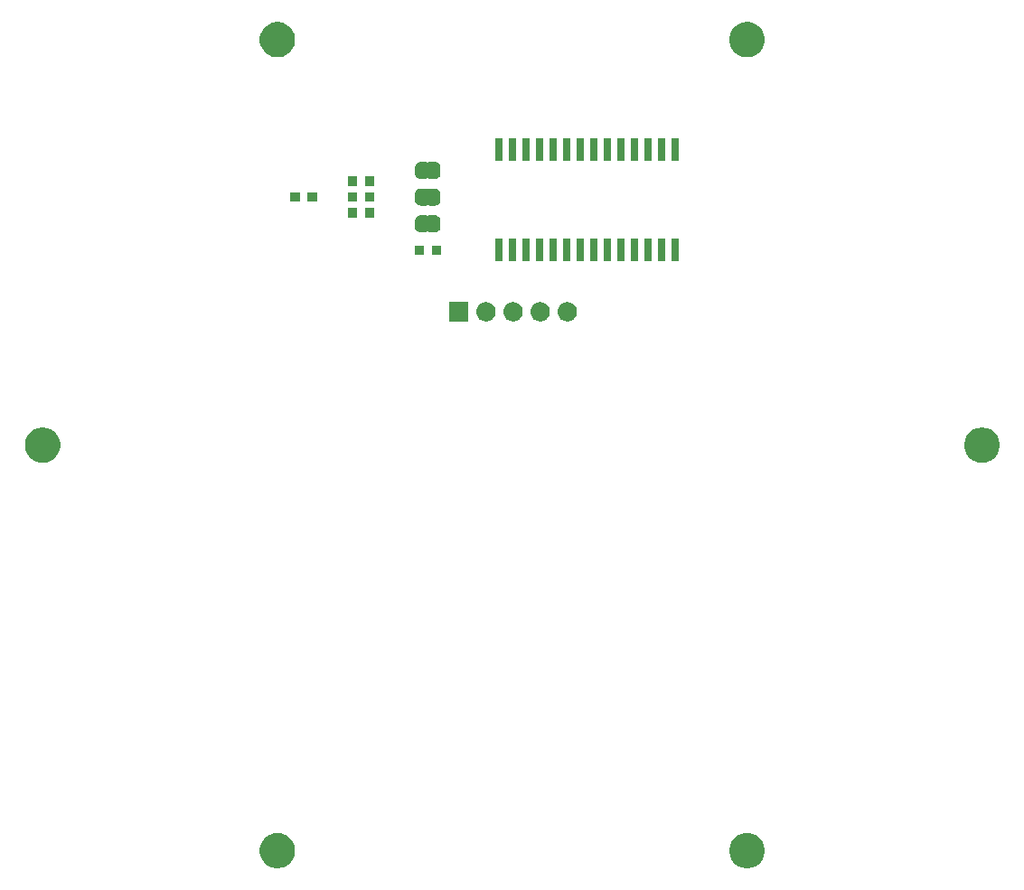
<source format=gbs>
G04 #@! TF.GenerationSoftware,KiCad,Pcbnew,(5.0.2)-1*
G04 #@! TF.CreationDate,2020-09-09T21:47:35+09:00*
G04 #@! TF.ProjectId,Tile,54696c65-2e6b-4696-9361-645f70636258,rev?*
G04 #@! TF.SameCoordinates,Original*
G04 #@! TF.FileFunction,Soldermask,Bot*
G04 #@! TF.FilePolarity,Negative*
%FSLAX46Y46*%
G04 Gerber Fmt 4.6, Leading zero omitted, Abs format (unit mm)*
G04 Created by KiCad (PCBNEW (5.0.2)-1) date 2020/09/09 21:47:35*
%MOMM*%
%LPD*%
G01*
G04 APERTURE LIST*
%ADD10C,0.100000*%
G04 APERTURE END LIST*
D10*
G36*
X152375256Y-141391298D02*
X152481579Y-141412447D01*
X152782042Y-141536903D01*
X153048852Y-141715180D01*
X153052454Y-141717587D01*
X153282413Y-141947546D01*
X153463098Y-142217960D01*
X153587553Y-142518422D01*
X153651000Y-142837389D01*
X153651000Y-143162611D01*
X153587553Y-143481578D01*
X153463098Y-143782040D01*
X153282413Y-144052454D01*
X153052454Y-144282413D01*
X153052451Y-144282415D01*
X152782042Y-144463097D01*
X152481579Y-144587553D01*
X152375256Y-144608702D01*
X152162611Y-144651000D01*
X151837389Y-144651000D01*
X151624744Y-144608702D01*
X151518421Y-144587553D01*
X151217958Y-144463097D01*
X150947549Y-144282415D01*
X150947546Y-144282413D01*
X150717587Y-144052454D01*
X150536902Y-143782040D01*
X150412447Y-143481578D01*
X150349000Y-143162611D01*
X150349000Y-142837389D01*
X150412447Y-142518422D01*
X150536902Y-142217960D01*
X150717587Y-141947546D01*
X150947546Y-141717587D01*
X150951148Y-141715180D01*
X151217958Y-141536903D01*
X151518421Y-141412447D01*
X151624744Y-141391298D01*
X151837389Y-141349000D01*
X152162611Y-141349000D01*
X152375256Y-141391298D01*
X152375256Y-141391298D01*
G37*
G36*
X108375256Y-141391298D02*
X108481579Y-141412447D01*
X108782042Y-141536903D01*
X109048852Y-141715180D01*
X109052454Y-141717587D01*
X109282413Y-141947546D01*
X109463098Y-142217960D01*
X109587553Y-142518422D01*
X109651000Y-142837389D01*
X109651000Y-143162611D01*
X109587553Y-143481578D01*
X109463098Y-143782040D01*
X109282413Y-144052454D01*
X109052454Y-144282413D01*
X109052451Y-144282415D01*
X108782042Y-144463097D01*
X108481579Y-144587553D01*
X108375256Y-144608702D01*
X108162611Y-144651000D01*
X107837389Y-144651000D01*
X107624744Y-144608702D01*
X107518421Y-144587553D01*
X107217958Y-144463097D01*
X106947549Y-144282415D01*
X106947546Y-144282413D01*
X106717587Y-144052454D01*
X106536902Y-143782040D01*
X106412447Y-143481578D01*
X106349000Y-143162611D01*
X106349000Y-142837389D01*
X106412447Y-142518422D01*
X106536902Y-142217960D01*
X106717587Y-141947546D01*
X106947546Y-141717587D01*
X106951148Y-141715180D01*
X107217958Y-141536903D01*
X107518421Y-141412447D01*
X107624744Y-141391298D01*
X107837389Y-141349000D01*
X108162611Y-141349000D01*
X108375256Y-141391298D01*
X108375256Y-141391298D01*
G37*
G36*
X174375256Y-103391298D02*
X174481579Y-103412447D01*
X174782042Y-103536903D01*
X175048852Y-103715180D01*
X175052454Y-103717587D01*
X175282413Y-103947546D01*
X175463098Y-104217960D01*
X175587553Y-104518422D01*
X175651000Y-104837389D01*
X175651000Y-105162611D01*
X175587553Y-105481578D01*
X175463098Y-105782040D01*
X175282413Y-106052454D01*
X175052454Y-106282413D01*
X175052451Y-106282415D01*
X174782042Y-106463097D01*
X174481579Y-106587553D01*
X174375256Y-106608702D01*
X174162611Y-106651000D01*
X173837389Y-106651000D01*
X173624744Y-106608702D01*
X173518421Y-106587553D01*
X173217958Y-106463097D01*
X172947549Y-106282415D01*
X172947546Y-106282413D01*
X172717587Y-106052454D01*
X172536902Y-105782040D01*
X172412447Y-105481578D01*
X172349000Y-105162611D01*
X172349000Y-104837389D01*
X172412447Y-104518422D01*
X172536902Y-104217960D01*
X172717587Y-103947546D01*
X172947546Y-103717587D01*
X172951148Y-103715180D01*
X173217958Y-103536903D01*
X173518421Y-103412447D01*
X173624744Y-103391298D01*
X173837389Y-103349000D01*
X174162611Y-103349000D01*
X174375256Y-103391298D01*
X174375256Y-103391298D01*
G37*
G36*
X86375256Y-103391298D02*
X86481579Y-103412447D01*
X86782042Y-103536903D01*
X87048852Y-103715180D01*
X87052454Y-103717587D01*
X87282413Y-103947546D01*
X87463098Y-104217960D01*
X87587553Y-104518422D01*
X87651000Y-104837389D01*
X87651000Y-105162611D01*
X87587553Y-105481578D01*
X87463098Y-105782040D01*
X87282413Y-106052454D01*
X87052454Y-106282413D01*
X87052451Y-106282415D01*
X86782042Y-106463097D01*
X86481579Y-106587553D01*
X86375256Y-106608702D01*
X86162611Y-106651000D01*
X85837389Y-106651000D01*
X85624744Y-106608702D01*
X85518421Y-106587553D01*
X85217958Y-106463097D01*
X84947549Y-106282415D01*
X84947546Y-106282413D01*
X84717587Y-106052454D01*
X84536902Y-105782040D01*
X84412447Y-105481578D01*
X84349000Y-105162611D01*
X84349000Y-104837389D01*
X84412447Y-104518422D01*
X84536902Y-104217960D01*
X84717587Y-103947546D01*
X84947546Y-103717587D01*
X84951148Y-103715180D01*
X85217958Y-103536903D01*
X85518421Y-103412447D01*
X85624744Y-103391298D01*
X85837389Y-103349000D01*
X86162611Y-103349000D01*
X86375256Y-103391298D01*
X86375256Y-103391298D01*
G37*
G36*
X135270442Y-91605518D02*
X135336627Y-91612037D01*
X135449853Y-91646384D01*
X135506467Y-91663557D01*
X135645087Y-91737652D01*
X135662991Y-91747222D01*
X135698729Y-91776552D01*
X135800186Y-91859814D01*
X135883448Y-91961271D01*
X135912778Y-91997009D01*
X135912779Y-91997011D01*
X135996443Y-92153533D01*
X135996443Y-92153534D01*
X136047963Y-92323373D01*
X136065359Y-92500000D01*
X136047963Y-92676627D01*
X136013616Y-92789853D01*
X135996443Y-92846467D01*
X135922348Y-92985087D01*
X135912778Y-93002991D01*
X135883448Y-93038729D01*
X135800186Y-93140186D01*
X135698729Y-93223448D01*
X135662991Y-93252778D01*
X135662989Y-93252779D01*
X135506467Y-93336443D01*
X135449853Y-93353616D01*
X135336627Y-93387963D01*
X135270443Y-93394481D01*
X135204260Y-93401000D01*
X135115740Y-93401000D01*
X135049558Y-93394482D01*
X134983373Y-93387963D01*
X134870147Y-93353616D01*
X134813533Y-93336443D01*
X134657011Y-93252779D01*
X134657009Y-93252778D01*
X134621271Y-93223448D01*
X134519814Y-93140186D01*
X134436552Y-93038729D01*
X134407222Y-93002991D01*
X134397652Y-92985087D01*
X134323557Y-92846467D01*
X134306384Y-92789853D01*
X134272037Y-92676627D01*
X134254641Y-92500000D01*
X134272037Y-92323373D01*
X134323557Y-92153534D01*
X134323557Y-92153533D01*
X134407221Y-91997011D01*
X134407222Y-91997009D01*
X134436552Y-91961271D01*
X134519814Y-91859814D01*
X134621271Y-91776552D01*
X134657009Y-91747222D01*
X134674913Y-91737652D01*
X134813533Y-91663557D01*
X134870147Y-91646384D01*
X134983373Y-91612037D01*
X135049558Y-91605518D01*
X135115740Y-91599000D01*
X135204260Y-91599000D01*
X135270442Y-91605518D01*
X135270442Y-91605518D01*
G37*
G36*
X132730442Y-91605518D02*
X132796627Y-91612037D01*
X132909853Y-91646384D01*
X132966467Y-91663557D01*
X133105087Y-91737652D01*
X133122991Y-91747222D01*
X133158729Y-91776552D01*
X133260186Y-91859814D01*
X133343448Y-91961271D01*
X133372778Y-91997009D01*
X133372779Y-91997011D01*
X133456443Y-92153533D01*
X133456443Y-92153534D01*
X133507963Y-92323373D01*
X133525359Y-92500000D01*
X133507963Y-92676627D01*
X133473616Y-92789853D01*
X133456443Y-92846467D01*
X133382348Y-92985087D01*
X133372778Y-93002991D01*
X133343448Y-93038729D01*
X133260186Y-93140186D01*
X133158729Y-93223448D01*
X133122991Y-93252778D01*
X133122989Y-93252779D01*
X132966467Y-93336443D01*
X132909853Y-93353616D01*
X132796627Y-93387963D01*
X132730443Y-93394481D01*
X132664260Y-93401000D01*
X132575740Y-93401000D01*
X132509558Y-93394482D01*
X132443373Y-93387963D01*
X132330147Y-93353616D01*
X132273533Y-93336443D01*
X132117011Y-93252779D01*
X132117009Y-93252778D01*
X132081271Y-93223448D01*
X131979814Y-93140186D01*
X131896552Y-93038729D01*
X131867222Y-93002991D01*
X131857652Y-92985087D01*
X131783557Y-92846467D01*
X131766384Y-92789853D01*
X131732037Y-92676627D01*
X131714641Y-92500000D01*
X131732037Y-92323373D01*
X131783557Y-92153534D01*
X131783557Y-92153533D01*
X131867221Y-91997011D01*
X131867222Y-91997009D01*
X131896552Y-91961271D01*
X131979814Y-91859814D01*
X132081271Y-91776552D01*
X132117009Y-91747222D01*
X132134913Y-91737652D01*
X132273533Y-91663557D01*
X132330147Y-91646384D01*
X132443373Y-91612037D01*
X132509558Y-91605518D01*
X132575740Y-91599000D01*
X132664260Y-91599000D01*
X132730442Y-91605518D01*
X132730442Y-91605518D01*
G37*
G36*
X130190442Y-91605518D02*
X130256627Y-91612037D01*
X130369853Y-91646384D01*
X130426467Y-91663557D01*
X130565087Y-91737652D01*
X130582991Y-91747222D01*
X130618729Y-91776552D01*
X130720186Y-91859814D01*
X130803448Y-91961271D01*
X130832778Y-91997009D01*
X130832779Y-91997011D01*
X130916443Y-92153533D01*
X130916443Y-92153534D01*
X130967963Y-92323373D01*
X130985359Y-92500000D01*
X130967963Y-92676627D01*
X130933616Y-92789853D01*
X130916443Y-92846467D01*
X130842348Y-92985087D01*
X130832778Y-93002991D01*
X130803448Y-93038729D01*
X130720186Y-93140186D01*
X130618729Y-93223448D01*
X130582991Y-93252778D01*
X130582989Y-93252779D01*
X130426467Y-93336443D01*
X130369853Y-93353616D01*
X130256627Y-93387963D01*
X130190443Y-93394481D01*
X130124260Y-93401000D01*
X130035740Y-93401000D01*
X129969558Y-93394482D01*
X129903373Y-93387963D01*
X129790147Y-93353616D01*
X129733533Y-93336443D01*
X129577011Y-93252779D01*
X129577009Y-93252778D01*
X129541271Y-93223448D01*
X129439814Y-93140186D01*
X129356552Y-93038729D01*
X129327222Y-93002991D01*
X129317652Y-92985087D01*
X129243557Y-92846467D01*
X129226384Y-92789853D01*
X129192037Y-92676627D01*
X129174641Y-92500000D01*
X129192037Y-92323373D01*
X129243557Y-92153534D01*
X129243557Y-92153533D01*
X129327221Y-91997011D01*
X129327222Y-91997009D01*
X129356552Y-91961271D01*
X129439814Y-91859814D01*
X129541271Y-91776552D01*
X129577009Y-91747222D01*
X129594913Y-91737652D01*
X129733533Y-91663557D01*
X129790147Y-91646384D01*
X129903373Y-91612037D01*
X129969558Y-91605518D01*
X130035740Y-91599000D01*
X130124260Y-91599000D01*
X130190442Y-91605518D01*
X130190442Y-91605518D01*
G37*
G36*
X127650442Y-91605518D02*
X127716627Y-91612037D01*
X127829853Y-91646384D01*
X127886467Y-91663557D01*
X128025087Y-91737652D01*
X128042991Y-91747222D01*
X128078729Y-91776552D01*
X128180186Y-91859814D01*
X128263448Y-91961271D01*
X128292778Y-91997009D01*
X128292779Y-91997011D01*
X128376443Y-92153533D01*
X128376443Y-92153534D01*
X128427963Y-92323373D01*
X128445359Y-92500000D01*
X128427963Y-92676627D01*
X128393616Y-92789853D01*
X128376443Y-92846467D01*
X128302348Y-92985087D01*
X128292778Y-93002991D01*
X128263448Y-93038729D01*
X128180186Y-93140186D01*
X128078729Y-93223448D01*
X128042991Y-93252778D01*
X128042989Y-93252779D01*
X127886467Y-93336443D01*
X127829853Y-93353616D01*
X127716627Y-93387963D01*
X127650443Y-93394481D01*
X127584260Y-93401000D01*
X127495740Y-93401000D01*
X127429558Y-93394482D01*
X127363373Y-93387963D01*
X127250147Y-93353616D01*
X127193533Y-93336443D01*
X127037011Y-93252779D01*
X127037009Y-93252778D01*
X127001271Y-93223448D01*
X126899814Y-93140186D01*
X126816552Y-93038729D01*
X126787222Y-93002991D01*
X126777652Y-92985087D01*
X126703557Y-92846467D01*
X126686384Y-92789853D01*
X126652037Y-92676627D01*
X126634641Y-92500000D01*
X126652037Y-92323373D01*
X126703557Y-92153534D01*
X126703557Y-92153533D01*
X126787221Y-91997011D01*
X126787222Y-91997009D01*
X126816552Y-91961271D01*
X126899814Y-91859814D01*
X127001271Y-91776552D01*
X127037009Y-91747222D01*
X127054913Y-91737652D01*
X127193533Y-91663557D01*
X127250147Y-91646384D01*
X127363373Y-91612037D01*
X127429558Y-91605518D01*
X127495740Y-91599000D01*
X127584260Y-91599000D01*
X127650442Y-91605518D01*
X127650442Y-91605518D01*
G37*
G36*
X125901000Y-93401000D02*
X124099000Y-93401000D01*
X124099000Y-91599000D01*
X125901000Y-91599000D01*
X125901000Y-93401000D01*
X125901000Y-93401000D01*
G37*
G36*
X140526000Y-87751000D02*
X139824000Y-87751000D01*
X139824000Y-85649000D01*
X140526000Y-85649000D01*
X140526000Y-87751000D01*
X140526000Y-87751000D01*
G37*
G36*
X129096000Y-87751000D02*
X128394000Y-87751000D01*
X128394000Y-85649000D01*
X129096000Y-85649000D01*
X129096000Y-87751000D01*
X129096000Y-87751000D01*
G37*
G36*
X130366000Y-87751000D02*
X129664000Y-87751000D01*
X129664000Y-85649000D01*
X130366000Y-85649000D01*
X130366000Y-87751000D01*
X130366000Y-87751000D01*
G37*
G36*
X131636000Y-87751000D02*
X130934000Y-87751000D01*
X130934000Y-85649000D01*
X131636000Y-85649000D01*
X131636000Y-87751000D01*
X131636000Y-87751000D01*
G37*
G36*
X132906000Y-87751000D02*
X132204000Y-87751000D01*
X132204000Y-85649000D01*
X132906000Y-85649000D01*
X132906000Y-87751000D01*
X132906000Y-87751000D01*
G37*
G36*
X134176000Y-87751000D02*
X133474000Y-87751000D01*
X133474000Y-85649000D01*
X134176000Y-85649000D01*
X134176000Y-87751000D01*
X134176000Y-87751000D01*
G37*
G36*
X135446000Y-87751000D02*
X134744000Y-87751000D01*
X134744000Y-85649000D01*
X135446000Y-85649000D01*
X135446000Y-87751000D01*
X135446000Y-87751000D01*
G37*
G36*
X136716000Y-87751000D02*
X136014000Y-87751000D01*
X136014000Y-85649000D01*
X136716000Y-85649000D01*
X136716000Y-87751000D01*
X136716000Y-87751000D01*
G37*
G36*
X137986000Y-87751000D02*
X137284000Y-87751000D01*
X137284000Y-85649000D01*
X137986000Y-85649000D01*
X137986000Y-87751000D01*
X137986000Y-87751000D01*
G37*
G36*
X141796000Y-87751000D02*
X141094000Y-87751000D01*
X141094000Y-85649000D01*
X141796000Y-85649000D01*
X141796000Y-87751000D01*
X141796000Y-87751000D01*
G37*
G36*
X143066000Y-87751000D02*
X142364000Y-87751000D01*
X142364000Y-85649000D01*
X143066000Y-85649000D01*
X143066000Y-87751000D01*
X143066000Y-87751000D01*
G37*
G36*
X144336000Y-87751000D02*
X143634000Y-87751000D01*
X143634000Y-85649000D01*
X144336000Y-85649000D01*
X144336000Y-87751000D01*
X144336000Y-87751000D01*
G37*
G36*
X139256000Y-87751000D02*
X138554000Y-87751000D01*
X138554000Y-85649000D01*
X139256000Y-85649000D01*
X139256000Y-87751000D01*
X139256000Y-87751000D01*
G37*
G36*
X145606000Y-87751000D02*
X144904000Y-87751000D01*
X144904000Y-85649000D01*
X145606000Y-85649000D01*
X145606000Y-87751000D01*
X145606000Y-87751000D01*
G37*
G36*
X121751000Y-87201000D02*
X120849000Y-87201000D01*
X120849000Y-86299000D01*
X121751000Y-86299000D01*
X121751000Y-87201000D01*
X121751000Y-87201000D01*
G37*
G36*
X123351000Y-87201000D02*
X122449000Y-87201000D01*
X122449000Y-86299000D01*
X123351000Y-86299000D01*
X123351000Y-87201000D01*
X123351000Y-87201000D01*
G37*
G36*
X121940129Y-83452923D02*
X121949741Y-83455839D01*
X121958599Y-83460574D01*
X121966367Y-83466949D01*
X121976576Y-83479388D01*
X121983502Y-83489754D01*
X122000828Y-83507081D01*
X122021203Y-83520696D01*
X122043841Y-83530074D01*
X122067875Y-83534855D01*
X122092379Y-83534855D01*
X122116413Y-83530075D01*
X122139052Y-83520699D01*
X122159427Y-83507085D01*
X122176754Y-83489759D01*
X122183682Y-83479390D01*
X122193893Y-83466949D01*
X122201661Y-83460574D01*
X122210519Y-83455839D01*
X122220131Y-83452923D01*
X122236270Y-83451334D01*
X122723990Y-83451334D01*
X122742328Y-83453140D01*
X122754580Y-83453742D01*
X122772999Y-83453742D01*
X122795279Y-83455936D01*
X122879366Y-83472662D01*
X122900785Y-83479160D01*
X122980001Y-83511971D01*
X122999737Y-83522521D01*
X123071027Y-83570155D01*
X123088338Y-83584362D01*
X123148954Y-83644978D01*
X123163161Y-83662289D01*
X123210795Y-83733579D01*
X123221345Y-83753315D01*
X123254156Y-83832531D01*
X123260654Y-83853950D01*
X123277380Y-83938037D01*
X123279574Y-83960317D01*
X123279574Y-83978736D01*
X123280176Y-83990988D01*
X123281982Y-84009326D01*
X123281982Y-84497047D01*
X123280176Y-84515384D01*
X123279574Y-84527636D01*
X123279574Y-84546055D01*
X123277380Y-84568335D01*
X123260654Y-84652422D01*
X123254156Y-84673841D01*
X123221345Y-84753057D01*
X123210795Y-84772793D01*
X123163161Y-84844083D01*
X123148954Y-84861394D01*
X123088338Y-84922010D01*
X123071027Y-84936217D01*
X122999737Y-84983851D01*
X122980001Y-84994401D01*
X122900785Y-85027212D01*
X122879366Y-85033710D01*
X122795279Y-85050436D01*
X122772999Y-85052630D01*
X122754580Y-85052630D01*
X122742328Y-85053232D01*
X122723991Y-85055038D01*
X122236270Y-85055038D01*
X122220131Y-85053449D01*
X122210519Y-85050533D01*
X122201661Y-85045798D01*
X122193893Y-85039423D01*
X122183684Y-85026984D01*
X122176758Y-85016618D01*
X122159432Y-84999291D01*
X122139057Y-84985676D01*
X122116419Y-84976298D01*
X122092385Y-84971517D01*
X122067881Y-84971517D01*
X122043847Y-84976297D01*
X122021208Y-84985673D01*
X122000833Y-84999287D01*
X121983506Y-85016613D01*
X121976578Y-85026982D01*
X121966367Y-85039423D01*
X121958599Y-85045798D01*
X121949741Y-85050533D01*
X121940129Y-85053449D01*
X121923990Y-85055038D01*
X121436269Y-85055038D01*
X121417932Y-85053232D01*
X121405680Y-85052630D01*
X121387261Y-85052630D01*
X121364981Y-85050436D01*
X121280894Y-85033710D01*
X121259475Y-85027212D01*
X121180259Y-84994401D01*
X121160523Y-84983851D01*
X121089233Y-84936217D01*
X121071922Y-84922010D01*
X121011306Y-84861394D01*
X120997099Y-84844083D01*
X120949465Y-84772793D01*
X120938915Y-84753057D01*
X120906104Y-84673841D01*
X120899606Y-84652422D01*
X120882880Y-84568335D01*
X120880686Y-84546055D01*
X120880686Y-84527636D01*
X120880084Y-84515384D01*
X120878278Y-84497047D01*
X120878278Y-84009326D01*
X120880084Y-83990988D01*
X120880686Y-83978736D01*
X120880686Y-83960317D01*
X120882880Y-83938037D01*
X120899606Y-83853950D01*
X120906104Y-83832531D01*
X120938915Y-83753315D01*
X120949465Y-83733579D01*
X120997099Y-83662289D01*
X121011306Y-83644978D01*
X121071922Y-83584362D01*
X121089233Y-83570155D01*
X121160523Y-83522521D01*
X121180259Y-83511971D01*
X121259475Y-83479160D01*
X121280894Y-83472662D01*
X121364981Y-83455936D01*
X121387261Y-83453742D01*
X121405680Y-83453742D01*
X121417932Y-83453140D01*
X121436270Y-83451334D01*
X121923990Y-83451334D01*
X121940129Y-83452923D01*
X121940129Y-83452923D01*
G37*
G36*
X115481130Y-83704186D02*
X114579130Y-83704186D01*
X114579130Y-82802186D01*
X115481130Y-82802186D01*
X115481130Y-83704186D01*
X115481130Y-83704186D01*
G37*
G36*
X117081130Y-83704186D02*
X116179130Y-83704186D01*
X116179130Y-82802186D01*
X117081130Y-82802186D01*
X117081130Y-83704186D01*
X117081130Y-83704186D01*
G37*
G36*
X121940129Y-80952923D02*
X121949741Y-80955839D01*
X121958599Y-80960574D01*
X121966367Y-80966949D01*
X121976576Y-80979388D01*
X121983502Y-80989754D01*
X122000828Y-81007081D01*
X122021203Y-81020696D01*
X122043841Y-81030074D01*
X122067875Y-81034855D01*
X122092379Y-81034855D01*
X122116413Y-81030075D01*
X122139052Y-81020699D01*
X122159427Y-81007085D01*
X122176754Y-80989759D01*
X122183682Y-80979390D01*
X122193893Y-80966949D01*
X122201661Y-80960574D01*
X122210519Y-80955839D01*
X122220131Y-80952923D01*
X122236270Y-80951334D01*
X122723990Y-80951334D01*
X122742328Y-80953140D01*
X122754580Y-80953742D01*
X122772999Y-80953742D01*
X122795279Y-80955936D01*
X122879366Y-80972662D01*
X122900785Y-80979160D01*
X122980001Y-81011971D01*
X122999737Y-81022521D01*
X123071027Y-81070155D01*
X123088338Y-81084362D01*
X123148954Y-81144978D01*
X123163161Y-81162289D01*
X123210795Y-81233579D01*
X123221345Y-81253315D01*
X123254156Y-81332531D01*
X123260654Y-81353950D01*
X123277380Y-81438037D01*
X123279574Y-81460317D01*
X123279574Y-81478736D01*
X123280176Y-81490988D01*
X123281982Y-81509326D01*
X123281982Y-81997047D01*
X123280176Y-82015384D01*
X123279574Y-82027636D01*
X123279574Y-82046055D01*
X123277380Y-82068335D01*
X123260654Y-82152422D01*
X123254156Y-82173841D01*
X123221345Y-82253057D01*
X123210795Y-82272793D01*
X123163161Y-82344083D01*
X123148954Y-82361394D01*
X123088338Y-82422010D01*
X123071027Y-82436217D01*
X122999737Y-82483851D01*
X122980001Y-82494401D01*
X122900785Y-82527212D01*
X122879366Y-82533710D01*
X122795279Y-82550436D01*
X122772999Y-82552630D01*
X122754580Y-82552630D01*
X122742328Y-82553232D01*
X122723991Y-82555038D01*
X122236270Y-82555038D01*
X122220131Y-82553449D01*
X122210519Y-82550533D01*
X122201661Y-82545798D01*
X122193893Y-82539423D01*
X122183684Y-82526984D01*
X122176758Y-82516618D01*
X122159432Y-82499291D01*
X122139057Y-82485676D01*
X122116419Y-82476298D01*
X122092385Y-82471517D01*
X122067881Y-82471517D01*
X122043847Y-82476297D01*
X122021208Y-82485673D01*
X122000833Y-82499287D01*
X121983506Y-82516613D01*
X121976578Y-82526982D01*
X121966367Y-82539423D01*
X121958599Y-82545798D01*
X121949741Y-82550533D01*
X121940129Y-82553449D01*
X121923990Y-82555038D01*
X121436269Y-82555038D01*
X121417932Y-82553232D01*
X121405680Y-82552630D01*
X121387261Y-82552630D01*
X121364981Y-82550436D01*
X121280894Y-82533710D01*
X121259475Y-82527212D01*
X121180259Y-82494401D01*
X121160523Y-82483851D01*
X121089233Y-82436217D01*
X121071922Y-82422010D01*
X121011306Y-82361394D01*
X120997099Y-82344083D01*
X120949465Y-82272793D01*
X120938915Y-82253057D01*
X120906104Y-82173841D01*
X120899606Y-82152422D01*
X120882880Y-82068335D01*
X120880686Y-82046055D01*
X120880686Y-82027636D01*
X120880084Y-82015384D01*
X120878278Y-81997047D01*
X120878278Y-81509326D01*
X120880084Y-81490988D01*
X120880686Y-81478736D01*
X120880686Y-81460317D01*
X120882880Y-81438037D01*
X120899606Y-81353950D01*
X120906104Y-81332531D01*
X120938915Y-81253315D01*
X120949465Y-81233579D01*
X120997099Y-81162289D01*
X121011306Y-81144978D01*
X121071922Y-81084362D01*
X121089233Y-81070155D01*
X121160523Y-81022521D01*
X121180259Y-81011971D01*
X121259475Y-80979160D01*
X121280894Y-80972662D01*
X121364981Y-80955936D01*
X121387261Y-80953742D01*
X121405680Y-80953742D01*
X121417932Y-80953140D01*
X121436270Y-80951334D01*
X121923990Y-80951334D01*
X121940129Y-80952923D01*
X121940129Y-80952923D01*
G37*
G36*
X117081130Y-82204186D02*
X116179130Y-82204186D01*
X116179130Y-81302186D01*
X117081130Y-81302186D01*
X117081130Y-82204186D01*
X117081130Y-82204186D01*
G37*
G36*
X115481130Y-82204186D02*
X114579130Y-82204186D01*
X114579130Y-81302186D01*
X115481130Y-81302186D01*
X115481130Y-82204186D01*
X115481130Y-82204186D01*
G37*
G36*
X110091130Y-82197186D02*
X109189130Y-82197186D01*
X109189130Y-81295186D01*
X110091130Y-81295186D01*
X110091130Y-82197186D01*
X110091130Y-82197186D01*
G37*
G36*
X111691130Y-82197186D02*
X110789130Y-82197186D01*
X110789130Y-81295186D01*
X111691130Y-81295186D01*
X111691130Y-82197186D01*
X111691130Y-82197186D01*
G37*
G36*
X117081130Y-80704186D02*
X116179130Y-80704186D01*
X116179130Y-79802186D01*
X117081130Y-79802186D01*
X117081130Y-80704186D01*
X117081130Y-80704186D01*
G37*
G36*
X115481130Y-80704186D02*
X114579130Y-80704186D01*
X114579130Y-79802186D01*
X115481130Y-79802186D01*
X115481130Y-80704186D01*
X115481130Y-80704186D01*
G37*
G36*
X121940129Y-78452923D02*
X121949741Y-78455839D01*
X121958599Y-78460574D01*
X121966367Y-78466949D01*
X121976576Y-78479388D01*
X121983502Y-78489754D01*
X122000828Y-78507081D01*
X122021203Y-78520696D01*
X122043841Y-78530074D01*
X122067875Y-78534855D01*
X122092379Y-78534855D01*
X122116413Y-78530075D01*
X122139052Y-78520699D01*
X122159427Y-78507085D01*
X122176754Y-78489759D01*
X122183682Y-78479390D01*
X122193893Y-78466949D01*
X122201661Y-78460574D01*
X122210519Y-78455839D01*
X122220131Y-78452923D01*
X122236270Y-78451334D01*
X122723990Y-78451334D01*
X122742328Y-78453140D01*
X122754580Y-78453742D01*
X122772999Y-78453742D01*
X122795279Y-78455936D01*
X122879366Y-78472662D01*
X122900785Y-78479160D01*
X122980001Y-78511971D01*
X122999737Y-78522521D01*
X123071027Y-78570155D01*
X123088338Y-78584362D01*
X123148954Y-78644978D01*
X123163161Y-78662289D01*
X123210795Y-78733579D01*
X123221345Y-78753315D01*
X123254156Y-78832531D01*
X123260654Y-78853950D01*
X123277380Y-78938037D01*
X123279574Y-78960317D01*
X123279574Y-78978736D01*
X123280176Y-78990988D01*
X123281982Y-79009326D01*
X123281982Y-79497047D01*
X123280176Y-79515384D01*
X123279574Y-79527636D01*
X123279574Y-79546055D01*
X123277380Y-79568335D01*
X123260654Y-79652422D01*
X123254156Y-79673841D01*
X123221345Y-79753057D01*
X123210795Y-79772793D01*
X123163161Y-79844083D01*
X123148954Y-79861394D01*
X123088338Y-79922010D01*
X123071027Y-79936217D01*
X122999737Y-79983851D01*
X122980001Y-79994401D01*
X122900785Y-80027212D01*
X122879366Y-80033710D01*
X122795279Y-80050436D01*
X122772999Y-80052630D01*
X122754580Y-80052630D01*
X122742328Y-80053232D01*
X122723991Y-80055038D01*
X122236270Y-80055038D01*
X122220131Y-80053449D01*
X122210519Y-80050533D01*
X122201661Y-80045798D01*
X122193893Y-80039423D01*
X122183684Y-80026984D01*
X122176758Y-80016618D01*
X122159432Y-79999291D01*
X122139057Y-79985676D01*
X122116419Y-79976298D01*
X122092385Y-79971517D01*
X122067881Y-79971517D01*
X122043847Y-79976297D01*
X122021208Y-79985673D01*
X122000833Y-79999287D01*
X121983506Y-80016613D01*
X121976578Y-80026982D01*
X121966367Y-80039423D01*
X121958599Y-80045798D01*
X121949741Y-80050533D01*
X121940129Y-80053449D01*
X121923990Y-80055038D01*
X121436269Y-80055038D01*
X121417932Y-80053232D01*
X121405680Y-80052630D01*
X121387261Y-80052630D01*
X121364981Y-80050436D01*
X121280894Y-80033710D01*
X121259475Y-80027212D01*
X121180259Y-79994401D01*
X121160523Y-79983851D01*
X121089233Y-79936217D01*
X121071922Y-79922010D01*
X121011306Y-79861394D01*
X120997099Y-79844083D01*
X120949465Y-79772793D01*
X120938915Y-79753057D01*
X120906104Y-79673841D01*
X120899606Y-79652422D01*
X120882880Y-79568335D01*
X120880686Y-79546055D01*
X120880686Y-79527636D01*
X120880084Y-79515384D01*
X120878278Y-79497047D01*
X120878278Y-79009326D01*
X120880084Y-78990988D01*
X120880686Y-78978736D01*
X120880686Y-78960317D01*
X120882880Y-78938037D01*
X120899606Y-78853950D01*
X120906104Y-78832531D01*
X120938915Y-78753315D01*
X120949465Y-78733579D01*
X120997099Y-78662289D01*
X121011306Y-78644978D01*
X121071922Y-78584362D01*
X121089233Y-78570155D01*
X121160523Y-78522521D01*
X121180259Y-78511971D01*
X121259475Y-78479160D01*
X121280894Y-78472662D01*
X121364981Y-78455936D01*
X121387261Y-78453742D01*
X121405680Y-78453742D01*
X121417932Y-78453140D01*
X121436270Y-78451334D01*
X121923990Y-78451334D01*
X121940129Y-78452923D01*
X121940129Y-78452923D01*
G37*
G36*
X130366000Y-78351000D02*
X129664000Y-78351000D01*
X129664000Y-76249000D01*
X130366000Y-76249000D01*
X130366000Y-78351000D01*
X130366000Y-78351000D01*
G37*
G36*
X129096000Y-78351000D02*
X128394000Y-78351000D01*
X128394000Y-76249000D01*
X129096000Y-76249000D01*
X129096000Y-78351000D01*
X129096000Y-78351000D01*
G37*
G36*
X131636000Y-78351000D02*
X130934000Y-78351000D01*
X130934000Y-76249000D01*
X131636000Y-76249000D01*
X131636000Y-78351000D01*
X131636000Y-78351000D01*
G37*
G36*
X132906000Y-78351000D02*
X132204000Y-78351000D01*
X132204000Y-76249000D01*
X132906000Y-76249000D01*
X132906000Y-78351000D01*
X132906000Y-78351000D01*
G37*
G36*
X145606000Y-78351000D02*
X144904000Y-78351000D01*
X144904000Y-76249000D01*
X145606000Y-76249000D01*
X145606000Y-78351000D01*
X145606000Y-78351000D01*
G37*
G36*
X144336000Y-78351000D02*
X143634000Y-78351000D01*
X143634000Y-76249000D01*
X144336000Y-76249000D01*
X144336000Y-78351000D01*
X144336000Y-78351000D01*
G37*
G36*
X143066000Y-78351000D02*
X142364000Y-78351000D01*
X142364000Y-76249000D01*
X143066000Y-76249000D01*
X143066000Y-78351000D01*
X143066000Y-78351000D01*
G37*
G36*
X141796000Y-78351000D02*
X141094000Y-78351000D01*
X141094000Y-76249000D01*
X141796000Y-76249000D01*
X141796000Y-78351000D01*
X141796000Y-78351000D01*
G37*
G36*
X140526000Y-78351000D02*
X139824000Y-78351000D01*
X139824000Y-76249000D01*
X140526000Y-76249000D01*
X140526000Y-78351000D01*
X140526000Y-78351000D01*
G37*
G36*
X139256000Y-78351000D02*
X138554000Y-78351000D01*
X138554000Y-76249000D01*
X139256000Y-76249000D01*
X139256000Y-78351000D01*
X139256000Y-78351000D01*
G37*
G36*
X137986000Y-78351000D02*
X137284000Y-78351000D01*
X137284000Y-76249000D01*
X137986000Y-76249000D01*
X137986000Y-78351000D01*
X137986000Y-78351000D01*
G37*
G36*
X136716000Y-78351000D02*
X136014000Y-78351000D01*
X136014000Y-76249000D01*
X136716000Y-76249000D01*
X136716000Y-78351000D01*
X136716000Y-78351000D01*
G37*
G36*
X135446000Y-78351000D02*
X134744000Y-78351000D01*
X134744000Y-76249000D01*
X135446000Y-76249000D01*
X135446000Y-78351000D01*
X135446000Y-78351000D01*
G37*
G36*
X134176000Y-78351000D02*
X133474000Y-78351000D01*
X133474000Y-76249000D01*
X134176000Y-76249000D01*
X134176000Y-78351000D01*
X134176000Y-78351000D01*
G37*
G36*
X152375256Y-65391298D02*
X152481579Y-65412447D01*
X152782042Y-65536903D01*
X153048852Y-65715180D01*
X153052454Y-65717587D01*
X153282413Y-65947546D01*
X153463098Y-66217960D01*
X153587553Y-66518422D01*
X153651000Y-66837389D01*
X153651000Y-67162611D01*
X153587553Y-67481578D01*
X153463098Y-67782040D01*
X153282413Y-68052454D01*
X153052454Y-68282413D01*
X153052451Y-68282415D01*
X152782042Y-68463097D01*
X152481579Y-68587553D01*
X152375256Y-68608702D01*
X152162611Y-68651000D01*
X151837389Y-68651000D01*
X151624744Y-68608702D01*
X151518421Y-68587553D01*
X151217958Y-68463097D01*
X150947549Y-68282415D01*
X150947546Y-68282413D01*
X150717587Y-68052454D01*
X150536902Y-67782040D01*
X150412447Y-67481578D01*
X150349000Y-67162611D01*
X150349000Y-66837389D01*
X150412447Y-66518422D01*
X150536902Y-66217960D01*
X150717587Y-65947546D01*
X150947546Y-65717587D01*
X150951148Y-65715180D01*
X151217958Y-65536903D01*
X151518421Y-65412447D01*
X151624744Y-65391298D01*
X151837389Y-65349000D01*
X152162611Y-65349000D01*
X152375256Y-65391298D01*
X152375256Y-65391298D01*
G37*
G36*
X108375256Y-65391298D02*
X108481579Y-65412447D01*
X108782042Y-65536903D01*
X109048852Y-65715180D01*
X109052454Y-65717587D01*
X109282413Y-65947546D01*
X109463098Y-66217960D01*
X109587553Y-66518422D01*
X109651000Y-66837389D01*
X109651000Y-67162611D01*
X109587553Y-67481578D01*
X109463098Y-67782040D01*
X109282413Y-68052454D01*
X109052454Y-68282413D01*
X109052451Y-68282415D01*
X108782042Y-68463097D01*
X108481579Y-68587553D01*
X108375256Y-68608702D01*
X108162611Y-68651000D01*
X107837389Y-68651000D01*
X107624744Y-68608702D01*
X107518421Y-68587553D01*
X107217958Y-68463097D01*
X106947549Y-68282415D01*
X106947546Y-68282413D01*
X106717587Y-68052454D01*
X106536902Y-67782040D01*
X106412447Y-67481578D01*
X106349000Y-67162611D01*
X106349000Y-66837389D01*
X106412447Y-66518422D01*
X106536902Y-66217960D01*
X106717587Y-65947546D01*
X106947546Y-65717587D01*
X106951148Y-65715180D01*
X107217958Y-65536903D01*
X107518421Y-65412447D01*
X107624744Y-65391298D01*
X107837389Y-65349000D01*
X108162611Y-65349000D01*
X108375256Y-65391298D01*
X108375256Y-65391298D01*
G37*
M02*

</source>
